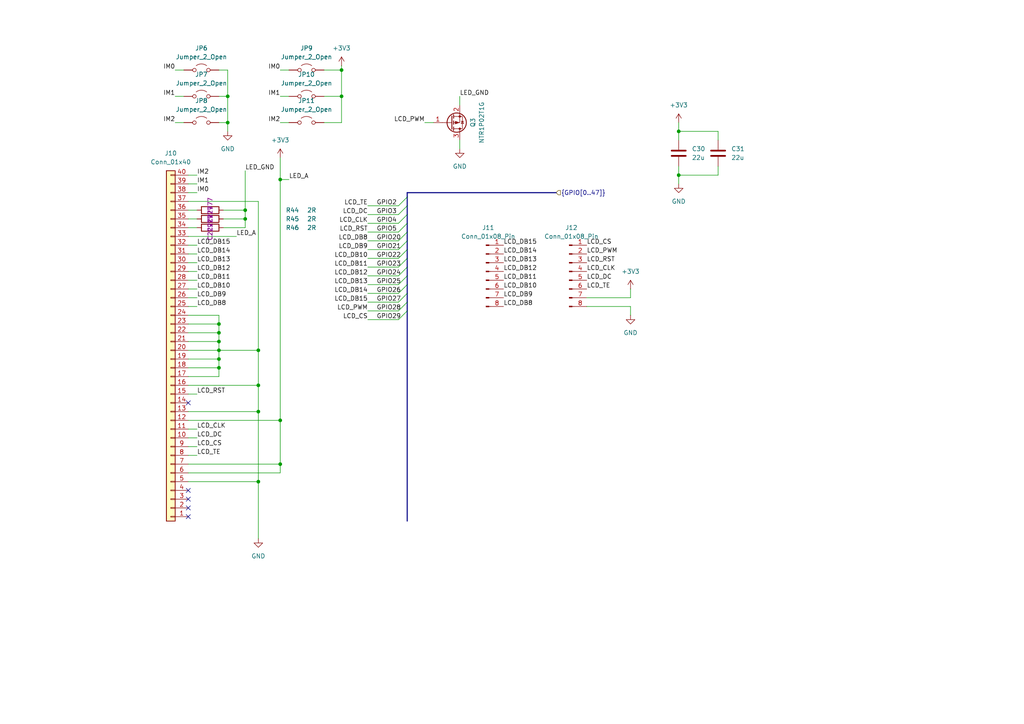
<source format=kicad_sch>
(kicad_sch (version 20250114) (generator "eeschema") (generator_version "9.0")
  (paper "A4")
  (title_block (rev "Rev.1"))
  (lib_symbols
    (symbol "Connector:Conn_01x08_Pin" (pin_names (offset 1.016) (hide yes))
      (property "Reference" "J" (at 0 10.16 0))
      (property "Value" "Conn_01x08_Pin" (at 0 -12.7 0))
      (symbol "Conn_01x08_Pin_1_1"
        (rectangle (start 0.8636 7.747) (end 0 7.493) (stroke (width 0.1524)) (fill (type outline)))
        (rectangle (start 0.8636 5.207) (end 0 4.953) (stroke (width 0.1524)) (fill (type outline)))
        (rectangle (start 0.8636 2.667) (end 0 2.413) (stroke (width 0.1524)) (fill (type outline)))
        (rectangle (start 0.8636 0.127) (end 0 -0.127) (stroke (width 0.1524)) (fill (type outline)))
        (rectangle (start 0.8636 -2.413) (end 0 -2.667) (stroke (width 0.1524)) (fill (type outline)))
        (rectangle (start 0.8636 -4.953) (end 0 -5.207) (stroke (width 0.1524)) (fill (type outline)))
        (rectangle (start 0.8636 -7.493) (end 0 -7.747) (stroke (width 0.1524)) (fill (type outline)))
        (rectangle (start 0.8636 -10.033) (end 0 -10.287) (stroke (width 0.1524)) (fill (type outline)))
        (polyline (pts (xy 1.27 7.62) (xy 0.8636 7.62)) (stroke (width 0.1524)))
        (polyline (pts (xy 1.27 5.08) (xy 0.8636 5.08)) (stroke (width 0.1524)))
        (polyline (pts (xy 1.27 2.54) (xy 0.8636 2.54)) (stroke (width 0.1524)))
        (polyline (pts (xy 1.27 0) (xy 0.8636 0)) (stroke (width 0.1524)))
        (polyline (pts (xy 1.27 -2.54) (xy 0.8636 -2.54)) (stroke (width 0.1524)))
        (polyline (pts (xy 1.27 -5.08) (xy 0.8636 -5.08)) (stroke (width 0.1524)))
        (polyline (pts (xy 1.27 -7.62) (xy 0.8636 -7.62)) (stroke (width 0.1524)))
        (polyline (pts (xy 1.27 -10.16) (xy 0.8636 -10.16)) (stroke (width 0.1524)))
        (pin passive line (at 5.08 7.62 180) (length 3.81) (name "Pin_1") (number "1"))
        (pin passive line (at 5.08 5.08 180) (length 3.81) (name "Pin_2") (number "2"))
        (pin passive line (at 5.08 2.54 180) (length 3.81) (name "Pin_3") (number "3"))
        (pin passive line (at 5.08 0 180) (length 3.81) (name "Pin_4") (number "4"))
        (pin passive line (at 5.08 -2.54 180) (length 3.81) (name "Pin_5") (number "5"))
        (pin passive line (at 5.08 -5.08 180) (length 3.81) (name "Pin_6") (number "6"))
        (pin passive line (at 5.08 -7.62 180) (length 3.81) (name "Pin_7") (number "7"))
        (pin passive line (at 5.08 -10.16 180) (length 3.81) (name "Pin_8") (number "8"))
      )
    )
    (symbol "Connector_Generic:Conn_01x40" (pin_names (offset 1.016) (hide yes))
      (property "Reference" "J" (at 0 50.8 0))
      (property "Value" "Conn_01x40" (at 0 -53.34 0))
      (symbol "Conn_01x40_1_1"
        (rectangle (start -1.27 49.53) (end 1.27 -52.07) (stroke (width 0.254)) (fill (type background)))
        (rectangle (start -1.27 48.387) (end 0 48.133) (stroke (width 0.1524)))
        (rectangle (start -1.27 45.847) (end 0 45.593) (stroke (width 0.1524)))
        (rectangle (start -1.27 43.307) (end 0 43.053) (stroke (width 0.1524)))
        (rectangle (start -1.27 40.767) (end 0 40.513) (stroke (width 0.1524)))
        (rectangle (start -1.27 38.227) (end 0 37.973) (stroke (width 0.1524)))
        (rectangle (start -1.27 35.687) (end 0 35.433) (stroke (width 0.1524)))
        (rectangle (start -1.27 33.147) (end 0 32.893) (stroke (width 0.1524)))
        (rectangle (start -1.27 30.607) (end 0 30.353) (stroke (width 0.1524)))
        (rectangle (start -1.27 28.067) (end 0 27.813) (stroke (width 0.1524)))
        (rectangle (start -1.27 25.527) (end 0 25.273) (stroke (width 0.1524)))
        (rectangle (start -1.27 22.987) (end 0 22.733) (stroke (width 0.1524)))
        (rectangle (start -1.27 20.447) (end 0 20.193) (stroke (width 0.1524)))
        (rectangle (start -1.27 17.907) (end 0 17.653) (stroke (width 0.1524)))
        (rectangle (start -1.27 15.367) (end 0 15.113) (stroke (width 0.1524)))
        (rectangle (start -1.27 12.827) (end 0 12.573) (stroke (width 0.1524)))
        (rectangle (start -1.27 10.287) (end 0 10.033) (stroke (width 0.1524)))
        (rectangle (start -1.27 7.747) (end 0 7.493) (stroke (width 0.1524)))
        (rectangle (start -1.27 5.207) (end 0 4.953) (stroke (width 0.1524)))
        (rectangle (start -1.27 2.667) (end 0 2.413) (stroke (width 0.1524)))
        (rectangle (start -1.27 0.127) (end 0 -0.127) (stroke (width 0.1524)))
        (rectangle (start -1.27 -2.413) (end 0 -2.667) (stroke (width 0.1524)))
        (rectangle (start -1.27 -4.953) (end 0 -5.207) (stroke (width 0.1524)))
        (rectangle (start -1.27 -7.493) (end 0 -7.747) (stroke (width 0.1524)))
        (rectangle (start -1.27 -10.033) (end 0 -10.287) (stroke (width 0.1524)))
        (rectangle (start -1.27 -12.573) (end 0 -12.827) (stroke (width 0.1524)))
        (rectangle (start -1.27 -15.113) (end 0 -15.367) (stroke (width 0.1524)))
        (rectangle (start -1.27 -17.653) (end 0 -17.907) (stroke (width 0.1524)))
        (rectangle (start -1.27 -20.193) (end 0 -20.447) (stroke (width 0.1524)))
        (rectangle (start -1.27 -22.733) (end 0 -22.987) (stroke (width 0.1524)))
        (rectangle (start -1.27 -25.273) (end 0 -25.527) (stroke (width 0.1524)))
        (rectangle (start -1.27 -27.813) (end 0 -28.067) (stroke (width 0.1524)))
        (rectangle (start -1.27 -30.353) (end 0 -30.607) (stroke (width 0.1524)))
        (rectangle (start -1.27 -32.893) (end 0 -33.147) (stroke (width 0.1524)))
        (rectangle (start -1.27 -35.433) (end 0 -35.687) (stroke (width 0.1524)))
        (rectangle (start -1.27 -37.973) (end 0 -38.227) (stroke (width 0.1524)))
        (rectangle (start -1.27 -40.513) (end 0 -40.767) (stroke (width 0.1524)))
        (rectangle (start -1.27 -43.053) (end 0 -43.307) (stroke (width 0.1524)))
        (rectangle (start -1.27 -45.593) (end 0 -45.847) (stroke (width 0.1524)))
        (rectangle (start -1.27 -48.133) (end 0 -48.387) (stroke (width 0.1524)))
        (rectangle (start -1.27 -50.673) (end 0 -50.927) (stroke (width 0.1524)))
        (pin passive line (at -5.08 48.26 0) (length 3.81) (name "Pin_1") (number "1"))
        (pin passive line (at -5.08 45.72 0) (length 3.81) (name "Pin_2") (number "2"))
        (pin passive line (at -5.08 43.18 0) (length 3.81) (name "Pin_3") (number "3"))
        (pin passive line (at -5.08 40.64 0) (length 3.81) (name "Pin_4") (number "4"))
        (pin passive line (at -5.08 38.1 0) (length 3.81) (name "Pin_5") (number "5"))
        (pin passive line (at -5.08 35.56 0) (length 3.81) (name "Pin_6") (number "6"))
        (pin passive line (at -5.08 33.02 0) (length 3.81) (name "Pin_7") (number "7"))
        (pin passive line (at -5.08 30.48 0) (length 3.81) (name "Pin_8") (number "8"))
        (pin passive line (at -5.08 27.94 0) (length 3.81) (name "Pin_9") (number "9"))
        (pin passive line (at -5.08 25.4 0) (length 3.81) (name "Pin_10") (number "10"))
        (pin passive line (at -5.08 22.86 0) (length 3.81) (name "Pin_11") (number "11"))
        (pin passive line (at -5.08 20.32 0) (length 3.81) (name "Pin_12") (number "12"))
        (pin passive line (at -5.08 17.78 0) (length 3.81) (name "Pin_13") (number "13"))
        (pin passive line (at -5.08 15.24 0) (length 3.81) (name "Pin_14") (number "14"))
        (pin passive line (at -5.08 12.7 0) (length 3.81) (name "Pin_15") (number "15"))
        (pin passive line (at -5.08 10.16 0) (length 3.81) (name "Pin_16") (number "16"))
        (pin passive line (at -5.08 7.62 0) (length 3.81) (name "Pin_17") (number "17"))
        (pin passive line (at -5.08 5.08 0) (length 3.81) (name "Pin_18") (number "18"))
        (pin passive line (at -5.08 2.54 0) (length 3.81) (name "Pin_19") (number "19"))
        (pin passive line (at -5.08 0 0) (length 3.81) (name "Pin_20") (number "20"))
        (pin passive line (at -5.08 -2.54 0) (length 3.81) (name "Pin_21") (number "21"))
        (pin passive line (at -5.08 -5.08 0) (length 3.81) (name "Pin_22") (number "22"))
        (pin passive line (at -5.08 -7.62 0) (length 3.81) (name "Pin_23") (number "23"))
        (pin passive line (at -5.08 -10.16 0) (length 3.81) (name "Pin_24") (number "24"))
        (pin passive line (at -5.08 -12.7 0) (length 3.81) (name "Pin_25") (number "25"))
        (pin passive line (at -5.08 -15.24 0) (length 3.81) (name "Pin_26") (number "26"))
        (pin passive line (at -5.08 -17.78 0) (length 3.81) (name "Pin_27") (number "27"))
        (pin passive line (at -5.08 -20.32 0) (length 3.81) (name "Pin_28") (number "28"))
        (pin passive line (at -5.08 -22.86 0) (length 3.81) (name "Pin_29") (number "29"))
        (pin passive line (at -5.08 -25.4 0) (length 3.81) (name "Pin_30") (number "30"))
        (pin passive line (at -5.08 -27.94 0) (length 3.81) (name "Pin_31") (number "31"))
        (pin passive line (at -5.08 -30.48 0) (length 3.81) (name "Pin_32") (number "32"))
        (pin passive line (at -5.08 -33.02 0) (length 3.81) (name "Pin_33") (number "33"))
        (pin passive line (at -5.08 -35.56 0) (length 3.81) (name "Pin_34") (number "34"))
        (pin passive line (at -5.08 -38.1 0) (length 3.81) (name "Pin_35") (number "35"))
        (pin passive line (at -5.08 -40.64 0) (length 3.81) (name "Pin_36") (number "36"))
        (pin passive line (at -5.08 -43.18 0) (length 3.81) (name "Pin_37") (number "37"))
        (pin passive line (at -5.08 -45.72 0) (length 3.81) (name "Pin_38") (number "38"))
        (pin passive line (at -5.08 -48.26 0) (length 3.81) (name "Pin_39") (number "39"))
        (pin passive line (at -5.08 -50.8 0) (length 3.81) (name "Pin_40") (number "40"))
      )
    )
    (symbol "Device:C" (pin_numbers (hide yes)) (pin_names (offset 0.254))
      (property "Reference" "C" (at 0.635 2.54 0))
      (property "Value" "C" (at 0.635 -2.54 0))
      (symbol "C_0_1"
        (polyline (pts (xy -2.032 0.762) (xy 2.032 0.762)) (stroke (width 0.508)))
        (polyline (pts (xy -2.032 -0.762) (xy 2.032 -0.762)) (stroke (width 0.508)))
      )
      (symbol "C_1_1"
        (pin passive line (at 0 3.81 270) (length 2.794) (name "~") (number "1"))
        (pin passive line (at 0 -3.81 90) (length 2.794) (name "~") (number "2"))
      )
    )
    (symbol "Device:R" (pin_numbers (hide yes)) (pin_names (offset 0))
      (property "Reference" "R" (at 2.032 0 90))
      (property "Value" "R" (at 0 0 90))
      (symbol "R_0_1"
        (rectangle (start -1.016 -2.54) (end 1.016 2.54) (stroke (width 0.254)))
      )
      (symbol "R_1_1"
        (pin passive line (at 0 3.81 270) (length 1.27) (name "~") (number "1"))
        (pin passive line (at 0 -3.81 90) (length 1.27) (name "~") (number "2"))
      )
    )
    (symbol "Jumper:Jumper_2_Open" (pin_numbers (hide yes)) (pin_names (offset 0) (hide yes)) (exclude_from_sim yes)
      (property "Reference" "JP" (at 0 2.794 0))
      (property "Value" "Jumper_2_Open" (at 0 -2.286 0))
      (symbol "Jumper_2_Open_0_0"
        (circle (center -2.032 0) (radius 0.508))
        (circle (center 2.032 0) (radius 0.508))
      )
      (symbol "Jumper_2_Open_0_1"
        (arc (start -1.524 1.27) (mid 0 1.778) (end 1.524 1.27))
      )
      (symbol "Jumper_2_Open_1_1"
        (pin passive line (at -5.08 0 0) (length 2.54) (name "A") (number "1"))
        (pin passive line (at 5.08 0 180) (length 2.54) (name "B") (number "2"))
      )
    )
    (symbol "Transistor_FET:Q_PMOS_GSD" (pin_names (offset 0) (hide yes))
      (property "Reference" "Q" (at 5.08 1.905 0))
      (property "Value" "Q_PMOS_GSD" (at 5.08 0 0))
      (symbol "Q_PMOS_GSD_0_1"
        (polyline (pts (xy 0.254 1.905) (xy 0.254 -1.905)) (stroke (width 0.254)))
        (polyline (pts (xy 0.254 0) (xy -2.54 0)))
        (polyline (pts (xy 0.762 2.286) (xy 0.762 1.27)) (stroke (width 0.254)))
        (polyline (pts (xy 0.762 1.778) (xy 3.302 1.778) (xy 3.302 -1.778) (xy 0.762 -1.778)))
        (polyline (pts (xy 0.762 0.508) (xy 0.762 -0.508)) (stroke (width 0.254)))
        (polyline (pts (xy 0.762 -1.27) (xy 0.762 -2.286)) (stroke (width 0.254)))
        (circle (center 1.651 0) (radius 2.794) (stroke (width 0.254)))
        (polyline (pts (xy 2.286 0) (xy 1.27 0.381) (xy 1.27 -0.381) (xy 2.286 0)) (fill (type outline)))
        (polyline (pts (xy 2.54 2.54) (xy 2.54 1.778)))
        (circle (center 2.54 1.778) (radius 0.254) (fill (type outline)))
        (circle (center 2.54 -1.778) (radius 0.254) (fill (type outline)))
        (polyline (pts (xy 2.54 -2.54) (xy 2.54 0) (xy 0.762 0)))
        (polyline (pts (xy 2.921 -0.381) (xy 3.683 -0.381)))
        (polyline (pts (xy 3.302 -0.381) (xy 2.921 0.254) (xy 3.683 0.254) (xy 3.302 -0.381)))
      )
      (symbol "Q_PMOS_GSD_1_1"
        (pin input line (at -5.08 0 0) (length 2.54) (name "G") (number "1"))
        (pin passive line (at 2.54 5.08 270) (length 2.54) (name "D") (number "3"))
        (pin passive line (at 2.54 -5.08 90) (length 2.54) (name "S") (number "2"))
      )
    )
    (symbol "power:+3V3" (power) (pin_numbers (hide yes)) (pin_names (offset 0) (hide yes))
      (property "Value" "+3V3" (at 0 3.556 0))
      (symbol "+3V3_0_1"
        (polyline (pts (xy -0.762 1.27) (xy 0 2.54)))
        (polyline (pts (xy 0 2.54) (xy 0.762 1.27)))
        (polyline (pts (xy 0 0) (xy 0 2.54)))
      )
      (symbol "+3V3_1_1"
        (pin power_in line (at 0 0 90) (length 0) (name "~") (number "1"))
      )
    )
    (symbol "power:GND" (power) (pin_numbers (hide yes)) (pin_names (offset 0) (hide yes))
      (property "Value" "GND" (at 0 -3.81 0))
      (symbol "GND_0_1"
        (polyline (pts (xy 0 0) (xy 0 -1.27) (xy 1.27 -1.27) (xy 0 -2.54) (xy -1.27 -1.27) (xy 0 -1.27)))
      )
      (symbol "GND_1_1"
        (pin power_in line (at 0 0 270) (length 0) (name "~") (number "1"))
      )
    )
  )
  (junction (at 63.5 93.98))
  (junction (at 196.85 50.8))
  (junction (at 63.5 106.68))
  (junction (at 74.93 119.38))
  (junction (at 196.85 38.1))
  (junction (at 81.28 121.92))
  (junction (at 74.93 101.6))
  (junction (at 74.93 139.7))
  (junction (at 99.06 20.32))
  (junction (at 99.06 27.94))
  (junction (at 71.12 60.96))
  (junction (at 63.5 101.6))
  (junction (at 71.12 63.5))
  (junction (at 66.04 35.56))
  (junction (at 74.93 111.76))
  (junction (at 63.5 104.14))
  (junction (at 63.5 99.06))
  (junction (at 81.28 52.07))
  (junction (at 66.04 27.94))
  (junction (at 63.5 96.52))
  (junction (at 81.28 134.62))
  (no_connect (at 54.61 144.78))
  (no_connect (at 54.61 116.84))
  (no_connect (at 54.61 149.86))
  (no_connect (at 54.61 147.32))
  (no_connect (at 54.61 142.24))
  (bus_entry (at 118.11 67.31) (size -2.54 2.54))
  (bus_entry (at 118.11 90.17) (size -2.54 2.54))
  (bus_entry (at 118.11 80.01) (size -2.54 2.54))
  (bus_entry (at 118.11 72.39) (size -2.54 2.54))
  (bus_entry (at 118.11 77.47) (size -2.54 2.54))
  (bus_entry (at 118.11 64.77) (size -2.54 2.54))
  (bus_entry (at 118.11 57.15) (size -2.54 2.54))
  (bus_entry (at 118.11 74.93) (size -2.54 2.54))
  (bus_entry (at 118.11 85.09) (size -2.54 2.54))
  (bus_entry (at 118.11 62.23) (size -2.54 2.54))
  (bus_entry (at 118.11 59.69) (size -2.54 2.54))
  (bus_entry (at 118.11 82.55) (size -2.54 2.54))
  (bus_entry (at 118.11 69.85) (size -2.54 2.54))
  (bus_entry (at 118.11 87.63) (size -2.54 2.54))
  (wire (pts (xy 106.68 67.31) (xy 115.57 67.31)))
  (wire (pts (xy 106.68 87.63) (xy 115.57 87.63)))
  (wire (pts (xy 54.61 99.06) (xy 63.5 99.06)))
  (wire (pts (xy 196.85 48.26) (xy 196.85 50.8)))
  (bus (pts (xy 118.11 87.63) (xy 118.11 90.17)))
  (wire (pts (xy 54.61 111.76) (xy 74.93 111.76)))
  (wire (pts (xy 50.8 35.56) (xy 53.34 35.56)))
  (wire (pts (xy 74.93 101.6) (xy 74.93 111.76)))
  (wire (pts (xy 106.68 82.55) (xy 115.57 82.55)))
  (wire (pts (xy 196.85 53.34) (xy 196.85 50.8)))
  (wire (pts (xy 74.93 58.42) (xy 74.93 101.6)))
  (wire (pts (xy 66.04 38.1) (xy 66.04 35.56)))
  (wire (pts (xy 54.61 104.14) (xy 63.5 104.14)))
  (wire (pts (xy 54.61 78.74) (xy 57.15 78.74)))
  (wire (pts (xy 63.5 27.94) (xy 66.04 27.94)))
  (bus (pts (xy 118.11 55.88) (xy 118.11 57.15)))
  (bus (pts (xy 118.11 57.15) (xy 118.11 59.69)))
  (wire (pts (xy 106.68 85.09) (xy 115.57 85.09)))
  (bus (pts (xy 118.11 74.93) (xy 118.11 77.47)))
  (wire (pts (xy 106.68 77.47) (xy 115.57 77.47)))
  (wire (pts (xy 63.5 93.98) (xy 63.5 96.52)))
  (wire (pts (xy 54.61 129.54) (xy 57.15 129.54)))
  (wire (pts (xy 99.06 35.56) (xy 93.98 35.56)))
  (wire (pts (xy 54.61 106.68) (xy 63.5 106.68)))
  (bus (pts (xy 118.11 77.47) (xy 118.11 80.01)))
  (wire (pts (xy 63.5 109.22) (xy 54.61 109.22)))
  (wire (pts (xy 54.61 68.58) (xy 68.58 68.58)))
  (wire (pts (xy 54.61 121.92) (xy 81.28 121.92)))
  (wire (pts (xy 93.98 20.32) (xy 99.06 20.32)))
  (wire (pts (xy 71.12 49.53) (xy 71.12 60.96)))
  (wire (pts (xy 66.04 27.94) (xy 66.04 20.32)))
  (bus (pts (xy 118.11 72.39) (xy 118.11 74.93)))
  (wire (pts (xy 106.68 90.17) (xy 115.57 90.17)))
  (bus (pts (xy 118.11 85.09) (xy 118.11 87.63)))
  (wire (pts (xy 63.5 96.52) (xy 63.5 99.06)))
  (wire (pts (xy 196.85 38.1) (xy 196.85 40.64)))
  (wire (pts (xy 99.06 20.32) (xy 99.06 27.94)))
  (wire (pts (xy 81.28 121.92) (xy 81.28 134.62)))
  (wire (pts (xy 81.28 52.07) (xy 81.28 121.92)))
  (wire (pts (xy 54.61 91.44) (xy 63.5 91.44)))
  (wire (pts (xy 50.8 20.32) (xy 53.34 20.32)))
  (bus (pts (xy 118.11 59.69) (xy 118.11 62.23)))
  (wire (pts (xy 63.5 104.14) (xy 63.5 106.68)))
  (wire (pts (xy 54.61 134.62) (xy 81.28 134.62)))
  (wire (pts (xy 133.35 40.64) (xy 133.35 43.18)))
  (wire (pts (xy 66.04 20.32) (xy 63.5 20.32)))
  (wire (pts (xy 54.61 88.9) (xy 57.15 88.9)))
  (wire (pts (xy 54.61 101.6) (xy 63.5 101.6)))
  (wire (pts (xy 74.93 119.38) (xy 74.93 139.7)))
  (wire (pts (xy 54.61 96.52) (xy 63.5 96.52)))
  (wire (pts (xy 54.61 86.36) (xy 57.15 86.36)))
  (wire (pts (xy 208.28 48.26) (xy 208.28 50.8)))
  (wire (pts (xy 106.68 92.71) (xy 115.57 92.71)))
  (wire (pts (xy 106.68 80.01) (xy 115.57 80.01)))
  (wire (pts (xy 54.61 124.46) (xy 57.15 124.46)))
  (wire (pts (xy 54.61 71.12) (xy 57.15 71.12)))
  (wire (pts (xy 182.88 83.82) (xy 182.88 86.36)))
  (wire (pts (xy 63.5 35.56) (xy 66.04 35.56)))
  (wire (pts (xy 208.28 40.64) (xy 208.28 38.1)))
  (wire (pts (xy 64.77 63.5) (xy 71.12 63.5)))
  (wire (pts (xy 81.28 20.32) (xy 83.82 20.32)))
  (wire (pts (xy 64.77 60.96) (xy 71.12 60.96)))
  (wire (pts (xy 63.5 91.44) (xy 63.5 93.98)))
  (wire (pts (xy 54.61 132.08) (xy 57.15 132.08)))
  (wire (pts (xy 63.5 106.68) (xy 63.5 109.22)))
  (bus (pts (xy 118.11 80.01) (xy 118.11 82.55)))
  (wire (pts (xy 81.28 45.72) (xy 81.28 52.07)))
  (wire (pts (xy 54.61 83.82) (xy 57.15 83.82)))
  (wire (pts (xy 106.68 64.77) (xy 115.57 64.77)))
  (wire (pts (xy 182.88 86.36) (xy 170.18 86.36)))
  (wire (pts (xy 54.61 58.42) (xy 74.93 58.42)))
  (wire (pts (xy 196.85 35.56) (xy 196.85 38.1)))
  (bus (pts (xy 118.11 64.77) (xy 118.11 67.31)))
  (wire (pts (xy 81.28 35.56) (xy 83.82 35.56)))
  (wire (pts (xy 208.28 50.8) (xy 196.85 50.8)))
  (wire (pts (xy 74.93 139.7) (xy 74.93 156.21)))
  (bus (pts (xy 118.11 69.85) (xy 118.11 72.39)))
  (wire (pts (xy 182.88 91.44) (xy 182.88 88.9)))
  (wire (pts (xy 54.61 53.34) (xy 57.15 53.34)))
  (wire (pts (xy 182.88 88.9) (xy 170.18 88.9)))
  (wire (pts (xy 123.19 35.56) (xy 125.73 35.56)))
  (wire (pts (xy 54.61 139.7) (xy 74.93 139.7)))
  (wire (pts (xy 133.35 27.94) (xy 133.35 30.48)))
  (wire (pts (xy 81.28 134.62) (xy 81.28 137.16)))
  (bus (pts (xy 118.11 62.23) (xy 118.11 64.77)))
  (wire (pts (xy 208.28 38.1) (xy 196.85 38.1)))
  (wire (pts (xy 71.12 60.96) (xy 71.12 63.5)))
  (wire (pts (xy 106.68 72.39) (xy 115.57 72.39)))
  (wire (pts (xy 57.15 55.88) (xy 54.61 55.88)))
  (wire (pts (xy 54.61 63.5) (xy 57.15 63.5)))
  (bus (pts (xy 118.11 67.31) (xy 118.11 69.85)))
  (bus (pts (xy 161.29 55.88) (xy 118.11 55.88)))
  (wire (pts (xy 106.68 59.69) (xy 115.57 59.69)))
  (bus (pts (xy 118.11 90.17) (xy 118.11 151.13)))
  (wire (pts (xy 106.68 69.85) (xy 115.57 69.85)))
  (wire (pts (xy 54.61 66.04) (xy 57.15 66.04)))
  (wire (pts (xy 50.8 27.94) (xy 53.34 27.94)))
  (wire (pts (xy 106.68 62.23) (xy 115.57 62.23)))
  (wire (pts (xy 71.12 66.04) (xy 64.77 66.04)))
  (wire (pts (xy 54.61 127) (xy 57.15 127)))
  (wire (pts (xy 54.61 50.8) (xy 57.15 50.8)))
  (wire (pts (xy 63.5 99.06) (xy 63.5 101.6)))
  (wire (pts (xy 71.12 63.5) (xy 71.12 66.04)))
  (wire (pts (xy 106.68 74.93) (xy 115.57 74.93)))
  (wire (pts (xy 54.61 81.28) (xy 57.15 81.28)))
  (wire (pts (xy 93.98 27.94) (xy 99.06 27.94)))
  (wire (pts (xy 54.61 60.96) (xy 57.15 60.96)))
  (bus (pts (xy 118.11 82.55) (xy 118.11 85.09)))
  (wire (pts (xy 81.28 27.94) (xy 83.82 27.94)))
  (wire (pts (xy 63.5 101.6) (xy 74.93 101.6)))
  (wire (pts (xy 81.28 52.07) (xy 83.82 52.07)))
  (wire (pts (xy 54.61 119.38) (xy 74.93 119.38)))
  (wire (pts (xy 54.61 114.3) (xy 57.15 114.3)))
  (wire (pts (xy 54.61 76.2) (xy 57.15 76.2)))
  (wire (pts (xy 63.5 101.6) (xy 63.5 104.14)))
  (wire (pts (xy 54.61 93.98) (xy 63.5 93.98)))
  (wire (pts (xy 99.06 27.94) (xy 99.06 35.56)))
  (wire (pts (xy 54.61 137.16) (xy 81.28 137.16)))
  (wire (pts (xy 74.93 111.76) (xy 74.93 119.38)))
  (wire (pts (xy 54.61 73.66) (xy 57.15 73.66)))
  (wire (pts (xy 99.06 19.05) (xy 99.06 20.32)))
  (wire (pts (xy 66.04 35.56) (xy 66.04 27.94)))
  (label "LCD_RST" (at 106.68 67.31 180))
  (label "IM0" (at 50.8 20.32 180))
  (label "GPIO4" (at 109.22 64.77 0))
  (label "GPIO21" (at 109.22 72.39 0))
  (label "LCD_DB9" (at 106.68 72.39 180))
  (label "LCD_DB12" (at 146.05 78.74 0))
  (label "GPIO5" (at 109.22 67.31 0))
  (label "LCD_DB14" (at 57.15 73.66 0))
  (label "LCD_CS" (at 106.68 92.71 180))
  (label "GPIO25" (at 109.22 82.55 0))
  (label "IM0" (at 57.15 55.88 0))
  (label "LCD_CLK" (at 170.18 78.74 0))
  (label "GPIO23" (at 109.22 77.47 0))
  (label "LCD_RST" (at 57.15 114.3 0))
  (label "LCD_PWM" (at 170.18 73.66 0))
  (label "LCD_DB8" (at 57.15 88.9 0))
  (label "LCD_PWM" (at 123.19 35.56 180))
  (label "LCD_TE" (at 170.18 83.82 0))
  (label "GPIO22" (at 109.22 74.93 0))
  (label "LCD_TE" (at 57.15 132.08 0))
  (label "LCD_DB11" (at 106.68 77.47 180))
  (label "LCD_CLK" (at 57.15 124.46 0))
  (label "GPIO24" (at 109.22 80.01 0))
  (label "LED_GND" (at 133.35 27.94 0))
  (label "LCD_RST" (at 170.18 76.2 0))
  (label "GPIO28" (at 109.22 90.17 0))
  (label "GPIO29" (at 109.22 92.71 0))
  (label "GPIO20" (at 109.22 69.85 0))
  (label "LCD_PWM" (at 106.68 90.17 180))
  (label "LCD_DB14" (at 106.68 85.09 180))
  (label "LCD_TE" (at 106.68 59.69 180))
  (label "GPIO26" (at 109.22 85.09 0))
  (label "LCD_DB11" (at 146.05 81.28 0))
  (label "IM2" (at 57.15 50.8 0))
  (label "LCD_DB15" (at 146.05 71.12 0))
  (label "LCD_DB9" (at 57.15 86.36 0))
  (label "GPIO27" (at 109.22 87.63 0))
  (label "IM1" (at 57.15 53.34 0))
  (label "LED_A" (at 83.82 52.07 0))
  (label "LCD_DB12" (at 106.68 80.01 180))
  (label "LED_A" (at 68.58 68.58 0))
  (label "GPIO2" (at 109.22 59.69 0))
  (label "LCD_DB12" (at 57.15 78.74 0))
  (label "LCD_DB15" (at 57.15 71.12 0))
  (label "GPIO3" (at 109.22 62.23 0))
  (label "LCD_DB13" (at 57.15 76.2 0))
  (label "LCD_DB8" (at 146.05 88.9 0))
  (label "LCD_DB10" (at 57.15 83.82 0))
  (label "LCD_DB9" (at 146.05 86.36 0))
  (label "LCD_DB13" (at 106.68 82.55 180))
  (label "LCD_DB13" (at 146.05 76.2 0))
  (label "LCD_DB14" (at 146.05 73.66 0))
  (label "IM1" (at 50.8 27.94 180))
  (label "LCD_DB11" (at 57.15 81.28 0))
  (label "LCD_DB8" (at 106.68 69.85 180))
  (label "LCD_DC" (at 106.68 62.23 180))
  (label "LCD_DB10" (at 106.68 74.93 180))
  (label "LCD_CS" (at 170.18 71.12 0))
  (label "IM1" (at 81.28 27.94 180))
  (label "IM0" (at 81.28 20.32 180))
  (label "LCD_CS" (at 57.15 129.54 0))
  (label "LCD_DB15" (at 106.68 87.63 180))
  (label "LCD_DB10" (at 146.05 83.82 0))
  (label "LCD_DC" (at 57.15 127 0))
  (label "LCD_CLK" (at 106.68 64.77 180))
  (label "IM2" (at 50.8 35.56 180))
  (label "LCD_DC" (at 170.18 81.28 0))
  (label "IM2" (at 81.28 35.56 180))
  (label "LED_GND" (at 71.12 49.53 0))
  (hierarchical_label "{GPIO[0..47]}" (shape input) (at 161.29 55.88 0))
  (symbol (lib_id "Device:R") (at 60.96 63.5 90) (unit 1)
    (property "Reference" "R45" (at 84.836 63.5 90))
    (property "Value" "2R" (at 90.424 63.5 90))
    (property "Footprint" "Resistor_SMD:R_0603_1608Metric" (effects (hide yes)))
    (property "Description" "Resistor" (effects (hide yes)))
    (property "LCSC" "C22977" (at 60.96 63.5 0))
  )
  (symbol (lib_id "Device:R") (at 60.96 66.04 90) (unit 1)
    (property "Reference" "R46" (at 84.836 66.04 90))
    (property "Value" "2R" (at 90.424 66.04 90))
    (property "Footprint" "Resistor_SMD:R_0603_1608Metric" (effects (hide yes)))
    (property "Description" "Resistor" (effects (hide yes)))
    (property "LCSC" "C22977" (at 60.96 66.04 0))
  )
  (symbol (lib_id "Device:R") (at 60.96 60.96 90) (unit 1)
    (property "Reference" "R44" (at 84.836 60.96 90))
    (property "Value" "2R" (at 90.424 60.96 90))
    (property "Footprint" "Resistor_SMD:R_0603_1608Metric" (effects (hide yes)))
    (property "Description" "Resistor" (effects (hide yes)))
    (property "LCSC" "C22977" (at 60.96 60.96 0))
  )
  (symbol (lib_id "Connector:Conn_01x08_Pin") (at 165.1 78.74 0) (unit 1)
    (property "Reference" "J12" (at 165.735 66.04 0))
    (property "Value" "Conn_01x08_Pin" (at 165.735 68.58 0))
    (property "Footprint" "Connector_PinHeader_2.54mm:PinHeader_1x08_P2.54mm_Vertical" (effects (hide yes)))
    (property "Description" "Generic connector, single row, 01x08, script generated" (effects (hide yes)))
  )
  (symbol (lib_id "Connector_Generic:Conn_01x40") (at 49.53 101.6 180) (unit 1)
    (property "Reference" "J10" (at 49.53 44.45 0))
    (property "Value" "Conn_01x40" (at 49.53 46.99 0))
    (property "Footprint" "Connector_FFC-FPC:Hirose_FH12-40S-0.5SH_1x40-1MP_P0.50mm_Horizontal" (effects (hide yes)))
    (property "Description" "Generic connector, single row, 01x40, script generated (kicad-library-utils/schlib/autogen/connector/)" (effects (hide yes)))
    (property "LCSC" "C19273935" (effects (hide yes)))
  )
  (symbol (lib_id "power:GND") (at 182.88 91.44 0) (unit 1)
    (property "Reference" "#PWR054" (effects (hide yes)))
    (property "Value" "GND" (at 182.88 96.52 0))
    (property "Description" "Power symbol creates a global label with name \"GND\" , ground" (effects (hide yes)))
  )
  (symbol (lib_id "Jumper:Jumper_2_Open") (at 88.9 27.94 0) (unit 1) (exclude_from_sim yes)
    (property "Reference" "JP10" (at 88.9 21.59 0))
    (property "Value" "Jumper_2_Open" (at 88.9 24.13 0))
    (property "Footprint" "Jumper:SolderJumper-2_P1.3mm_Open_TrianglePad1.0x1.5mm" (effects (hide yes)))
    (property "Description" "Jumper, 2-pole, open" (effects (hide yes)))
  )
  (symbol (lib_id "power:+3V3") (at 182.88 83.82 0) (unit 1)
    (property "Reference" "#PWR053" (effects (hide yes)))
    (property "Value" "+3V3" (at 182.88 78.74 0))
    (property "Description" "Power symbol creates a global label with name \"+3V3\"" (effects (hide yes)))
  )
  (symbol (lib_id "Jumper:Jumper_2_Open") (at 88.9 20.32 0) (unit 1) (exclude_from_sim yes)
    (property "Reference" "JP9" (at 88.9 13.97 0))
    (property "Value" "Jumper_2_Open" (at 88.9 16.51 0))
    (property "Footprint" "Jumper:SolderJumper-2_P1.3mm_Open_TrianglePad1.0x1.5mm" (effects (hide yes)))
    (property "Description" "Jumper, 2-pole, open" (effects (hide yes)))
  )
  (symbol (lib_id "Device:C") (at 196.85 44.45 0) (unit 1)
    (property "Reference" "C30" (at 200.66 43.1799 0) (effects (justify left)))
    (property "Value" "22u" (at 200.66 45.7199 0) (effects (justify left)))
    (property "Footprint" "Capacitor_SMD:C_0805_2012Metric" (effects (hide yes)))
    (property "Description" "Unpolarized capacitor" (effects (hide yes)))
    (property "DK#" "1276-1100-1-ND" (effects (hide yes)))
    (property "LCSC" "C45783" (effects (hide yes)))
  )
  (symbol (lib_id "power:GND") (at 74.93 156.21 0) (unit 1)
    (property "Reference" "#PWR015" (effects (hide yes)))
    (property "Value" "GND" (at 74.93 161.29 0))
    (property "Description" "Power symbol creates a global label with name \"GND\" , ground" (effects (hide yes)))
  )
  (symbol (lib_id "power:+3V3") (at 81.28 45.72 0) (unit 1)
    (property "Reference" "#PWR047" (effects (hide yes)))
    (property "Value" "+3V3" (at 81.28 40.64 0))
    (property "Description" "Power symbol creates a global label with name \"+3V3\"" (effects (hide yes)))
  )
  (symbol (lib_id "Jumper:Jumper_2_Open") (at 88.9 35.56 0) (unit 1) (exclude_from_sim yes)
    (property "Reference" "JP11" (at 88.9 29.21 0))
    (property "Value" "Jumper_2_Open" (at 88.9 31.75 0))
    (property "Footprint" "Jumper:SolderJumper-2_P1.3mm_Open_TrianglePad1.0x1.5mm" (effects (hide yes)))
    (property "Description" "Jumper, 2-pole, open" (effects (hide yes)))
  )
  (symbol (lib_id "Transistor_FET:Q_PMOS_GSD") (at 130.81 35.56 0) (mirror x) (unit 1)
    (property "Reference" "Q3" (at 137.16 35.56 90))
    (property "Value" "NTR1P02T1G" (at 139.7 35.56 90))
    (property "Footprint" "Package_TO_SOT_SMD:SOT-23" (effects (hide yes)))
    (property "Datasheet" "https://lcsc.com/datasheet/lcsc_datasheet_2410121832_onsemi-NTR1P02T1G_C129192.pdf" (effects (hide yes)))
    (property "Description" "P-MOSFET transistor, gate/source/drain" (effects (hide yes)))
    (property "Sim.Device" "PMOS" (effects (hide yes)))
    (property "Sim.Type" "VDMOS" (effects (hide yes)))
    (property "Sim.Pins" "1=D 2=G 3=S" (effects (hide yes)))
    (property "LCSC" "C129192" (effects (hide yes)))
  )
  (symbol (lib_id "power:+3V3") (at 99.06 19.05 0) (unit 1)
    (property "Reference" "#PWR048" (effects (hide yes)))
    (property "Value" "+3V3" (at 99.06 13.97 0))
    (property "Description" "Power symbol creates a global label with name \"+3V3\"" (effects (hide yes)))
  )
  (symbol (lib_id "Jumper:Jumper_2_Open") (at 58.42 20.32 0) (unit 1) (exclude_from_sim yes)
    (property "Reference" "JP6" (at 58.42 13.97 0))
    (property "Value" "Jumper_2_Open" (at 58.42 16.51 0))
    (property "Footprint" "Jumper:SolderJumper-2_P1.3mm_Open_TrianglePad1.0x1.5mm" (effects (hide yes)))
    (property "Description" "Jumper, 2-pole, open" (effects (hide yes)))
  )
  (symbol (lib_id "power:GND") (at 66.04 38.1 0) (unit 1)
    (property "Reference" "#PWR049" (effects (hide yes)))
    (property "Value" "GND" (at 66.04 43.18 0))
    (property "Description" "Power symbol creates a global label with name \"GND\" , ground" (effects (hide yes)))
  )
  (symbol (lib_id "Device:C") (at 208.28 44.45 0) (unit 1)
    (property "Reference" "C31" (at 212.09 43.1799 0) (effects (justify left)))
    (property "Value" "22u" (at 212.09 45.7199 0) (effects (justify left)))
    (property "Footprint" "Capacitor_SMD:C_0805_2012Metric" (effects (hide yes)))
    (property "Description" "Unpolarized capacitor" (effects (hide yes)))
    (property "DK#" "1276-1100-1-ND" (effects (hide yes)))
    (property "LCSC" "C45783" (effects (hide yes)))
  )
  (symbol (lib_id "Jumper:Jumper_2_Open") (at 58.42 27.94 0) (unit 1) (exclude_from_sim yes)
    (property "Reference" "JP7" (at 58.42 21.59 0))
    (property "Value" "Jumper_2_Open" (at 58.42 24.13 0))
    (property "Footprint" "Jumper:SolderJumper-2_P1.3mm_Open_TrianglePad1.0x1.5mm" (effects (hide yes)))
    (property "Description" "Jumper, 2-pole, open" (effects (hide yes)))
  )
  (symbol (lib_id "power:GND") (at 133.35 43.18 0) (unit 1)
    (property "Reference" "#PWR050" (effects (hide yes)))
    (property "Value" "GND" (at 133.35 48.26 0))
    (property "Description" "Power symbol creates a global label with name \"GND\" , ground" (effects (hide yes)))
  )
  (symbol (lib_id "power:GND") (at 196.85 53.34 0) (unit 1)
    (property "Reference" "#PWR052" (effects (hide yes)))
    (property "Value" "GND" (at 196.85 58.42 0))
    (property "Description" "Power symbol creates a global label with name \"GND\" , ground" (effects (hide yes)))
  )
  (symbol (lib_id "Connector:Conn_01x08_Pin") (at 140.97 78.74 0) (unit 1)
    (property "Reference" "J11" (at 141.605 66.04 0))
    (property "Value" "Conn_01x08_Pin" (at 141.605 68.58 0))
    (property "Footprint" "Connector_PinHeader_2.54mm:PinHeader_1x08_P2.54mm_Vertical" (effects (hide yes)))
    (property "Description" "Generic connector, single row, 01x08, script generated" (effects (hide yes)))
  )
  (symbol (lib_id "power:+3V3") (at 196.85 35.56 0) (unit 1)
    (property "Reference" "#PWR051" (effects (hide yes)))
    (property "Value" "+3V3" (at 196.85 30.48 0))
    (property "Description" "Power symbol creates a global label with name \"+3V3\"" (effects (hide yes)))
  )
  (symbol (lib_id "Jumper:Jumper_2_Open") (at 58.42 35.56 0) (unit 1) (exclude_from_sim yes)
    (property "Reference" "JP8" (at 58.42 29.21 0))
    (property "Value" "Jumper_2_Open" (at 58.42 31.75 0))
    (property "Footprint" "Jumper:SolderJumper-2_P1.3mm_Open_TrianglePad1.0x1.5mm" (effects (hide yes)))
    (property "Description" "Jumper, 2-pole, open" (effects (hide yes)))
  )
)
</source>
